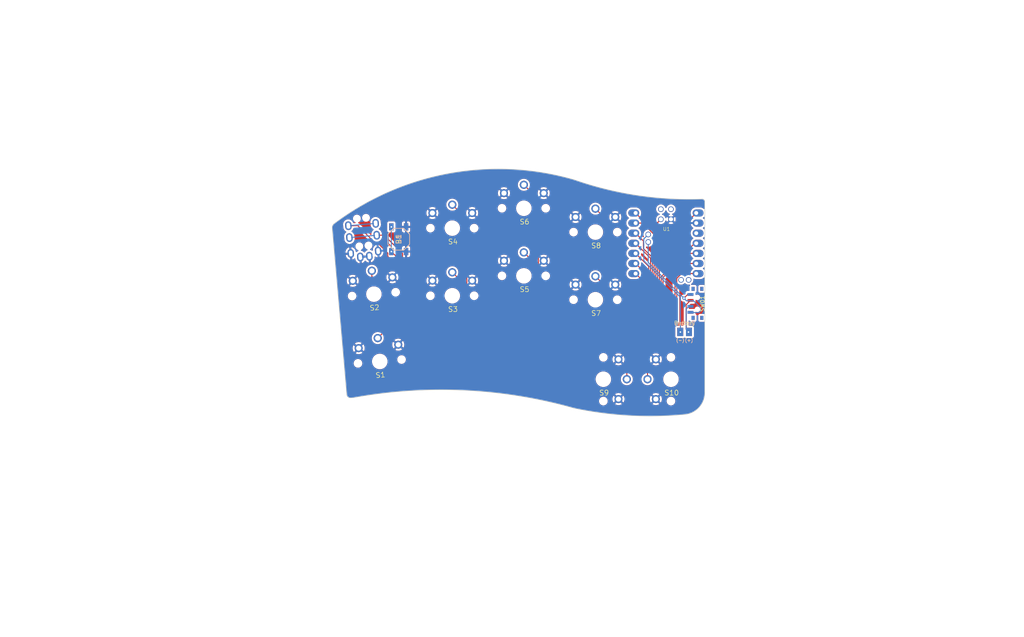
<source format=kicad_pcb>
(kicad_pcb (version 20220417) (generator pcbnew)
  (title_block (title "tiny20") (rev "v1.0.0") (company "Unknown"))
  (layers (0 "F.Cu" signal) (31 "B.Cu" signal) (34 "B.Paste" user) (35 "F.Paste" user) (36 "B.SilkS" user "B.Silkscreen") (37 "F.SilkS" user "F.Silkscreen") (38 "B.Mask" user) (39 "F.Mask" user) (44 "Edge.Cuts" user))
  (net 0 "")
  (net 1 "GND")
  (net 2 "P20")
  (net 3 "P19")
  (net 4 "P10")
  (net 5 "P8")
  (net 6 "P9")
  (net 7 "RST")
  (net 8 "P1")
  (net 9 "P2")
  (net 10 "P3")
  (net 11 "P4")
  (net 12 "P5")
  (net 13 "P6")
  (net 14 "P7")
  (net 15 "pm")
  (net 16 "P11")
  (net 17 "3V3")
  (net 18 "CLCK")
  (net 19 "DIO")
  (net 20 "5V")
  (footprint "keyboard-footprints:SW_TACT_ALPS_SKQGABE010" (layer "F.Cu") (at 208.553309 111.782746 90)
    (fp_text reference "B1" (at 0 0 90) (layer "F.SilkS") (effects (font (size 1.27 1.27))))
    (fp_text value "" hide)
    (fp_line (start -2.75 -1.25) (end -2.75 1.25) (stroke (width 0.15)) (layer "F.SilkS"))
    (fp_line (start -2.75 -1.25) (end -1.25 -2.75) (stroke (width 0.15)) (layer "F.SilkS"))
    (fp_line (start -2.75 1.25) (end -1.25 2.75) (stroke (width 0.15)) (layer "F.SilkS"))
    (fp_line (start -1.25 -2.75) (end 1.25 -2.75) (stroke (width 0.15)) (layer "F.SilkS"))
    (fp_line (start -1.25 2.75) (end 1.25 2.75) (stroke (width 0.15)) (layer "F.SilkS"))
    (fp_line (start 2.75 -1.25) (end 1.25 -2.75) (stroke (width 0.15)) (layer "F.SilkS"))
    (fp_line (start 2.75 -1.25) (end 2.75 1.25) (stroke (width 0.15)) (layer "F.SilkS"))
    (fp_line (start 2.75 1.25) (end 1.25 2.75) (stroke (width 0.15)) (layer "F.SilkS"))
    (pad "1" smd rect (at -3.1 -1.85 90) (size 1.8 1.1) (layers "F.Cu" "F.Paste" "F.Mask") (net 7 "RST"))
    (pad "1" smd rect (at 3.1 -1.85 90) (size 1.8 1.1) (layers "F.Cu" "F.Paste" "F.Mask") (net 7 "RST"))
    (pad "2" smd rect (at -3.1 1.85 90) (size 1.8 1.1) (layers "F.Cu" "F.Paste" "F.Mask") (net 1 "GND"))
    (pad "2" smd rect (at 3.1 1.85 90) (size 1.8 1.1) (layers "F.Cu" "F.Paste" "F.Mask") (net 1 "GND"))
  )
  (footprint "keyboard-footprints:chocV1_reversible" (layer "F.Cu") (at 222.030147 125.990773)
    (fp_text reference "S3" (at 0.168488 3.414874) (layer "F.SilkS") (effects (font (size 1.27 1.27))))
    (fp_text value "" hide)
    (pad "" np_thru_hole circle (at -5.5 0 180) (size 1.7018 1.7018) (drill 1.7018) (layers *.Cu *.Mask))
    (pad "" np_thru_hole circle (at 0 0 180) (size 3.429 3.429) (drill 3.429) (layers *.Cu *.Mask))
    (pad "" np_thru_hole circle (at 5.5 0 180) (size 1.7018 1.7018) (drill 1.7018) (layers *.Cu *.Mask))
    (pad "1" thru_hole circle (at -5 -3.8 180) (size 2.032 2.032) (drill 1.27) (layers *.Cu *.Mask) (net 1 "GND"))
    (pad "1" thru_hole circle (at 5 -3.8 180) (size 2.032 2.032) (drill 1.27) (layers *.Cu *.Mask) (net 1 "GND"))
    (pad "2" thru_hole circle (at 0 -5.9 180) (size 2.032 2.032) (drill 1.27) (layers *.Cu *.Mask) (net 9 "P2"))
    (pad "2" thru_hole circle (at 0 -5.9 180) (size 2.032 2.032) (drill 1.27) (layers *.Cu *.Mask) (net 9 "P2"))
  )
  (footprint "keyboard-footprints:chocV1_reversible" (layer "F.Cu") (at 260.030146 146.990776 -90)
    (fp_text reference "S9" (at 3.414874 -0.168488) (layer "F.SilkS") (effects (font (size 1.27 1.27))))
    (fp_text value "" hide)
    (pad "" np_thru_hole circle (at -5.5 0 90) (size 1.7018 1.7018) (drill 1.7018) (layers *.Cu *.Mask))
    (pad "" np_thru_hole circle (at 0 0 90) (size 3.429 3.429) (drill 3.429) (layers *.Cu *.Mask))
    (pad "" np_thru_hole circle (at 5.5 0 90) (size 1.7018 1.7018) (drill 1.7018) (layers *.Cu *.Mask))
    (pad "1" thru_hole circle (at -5 -3.8 90) (size 2.032 2.032) (drill 1.27) (layers *.Cu *.Mask) (net 1 "GND"))
    (pad "1" thru_hole circle (at 5 -3.8 90) (size 2.032 2.032) (drill 1.27) (layers *.Cu *.Mask) (net 1 "GND"))
    (pad "2" thru_hole circle (at 0 -5.9 90) (size 2.032 2.032) (drill 1.27) (layers *.Cu *.Mask) (net 6 "P9"))
    (pad "2" thru_hole circle (at 0 -5.9 90) (size 2.032 2.032) (drill 1.27) (layers *.Cu *.Mask) (net 6 "P9"))
  )
  (footprint "keyboard-footprints:chocV1_reversible" (layer "F.Cu") (at 258.030146 126.990772)
    (fp_text reference "S7" (at 0.168488 3.414874) (layer "F.SilkS") (effects (font (size 1.27 1.27))))
    (fp_text value "" hide)
    (pad "" np_thru_hole circle (at -5.5 0 180) (size 1.7018 1.7018) (drill 1.7018) (layers *.Cu *.Mask))
    (pad "" np_thru_hole circle (at 0 0 180) (size 3.429 3.429) (drill 3.429) (layers *.Cu *.Mask))
    (pad "" np_thru_hole circle (at 5.5 0 180) (size 1.7018 1.7018) (drill 1.7018) (layers *.Cu *.Mask))
    (pad "1" thru_hole circle (at -5 -3.8 180) (size 2.032 2.032) (drill 1.27) (layers *.Cu *.Mask) (net 1 "GND"))
    (pad "1" thru_hole circle (at 5 -3.8 180) (size 2.032 2.032) (drill 1.27) (layers *.Cu *.Mask) (net 1 "GND"))
    (pad "2" thru_hole circle (at 0 -5.9 180) (size 2.032 2.032) (drill 1.27) (layers *.Cu *.Mask) (net 13 "P6"))
    (pad "2" thru_hole circle (at 0 -5.9 180) (size 2.032 2.032) (drill 1.27) (layers *.Cu *.Mask) (net 13 "P6"))
  )
  (footprint "keyboard-footprints:chocV1_reversible" (layer "F.Cu") (at 222.030147 108.990773)
    (fp_text reference "S4" (at 0.168488 3.414874) (layer "F.SilkS") (effects (font (size 1.27 1.27))))
    (fp_text value "" hide)
    (pad "" np_thru_hole circle (at -5.5 0 180) (size 1.7018 1.7018) (drill 1.7018) (layers *.Cu *.Mask))
    (pad "" np_thru_hole circle (at 0 0 180) (size 3.429 3.429) (drill 3.429) (layers *.Cu *.Mask))
    (pad "" np_thru_hole circle (at 5.5 0 180) (size 1.7018 1.7018) (drill 1.7018) (layers *.Cu *.Mask))
    (pad "1" thru_hole circle (at -5 -3.8 180) (size 2.032 2.032) (drill 1.27) (layers *.Cu *.Mask) (net 1 "GND"))
    (pad "1" thru_hole circle (at 5 -3.8 180) (size 2.032 2.032) (drill 1.27) (layers *.Cu *.Mask) (net 1 "GND"))
    (pad "2" thru_hole circle (at 0 -5.9 180) (size 2.032 2.032) (drill 1.27) (layers *.Cu *.Mask) (net 10 "P3"))
    (pad "2" thru_hole circle (at 0 -5.9 180) (size 2.032 2.032) (drill 1.27) (layers *.Cu *.Mask) (net 10 "P3"))
  )
  (footprint "keyboard-footprints:chocV1_reversible" (layer "F.Cu") (at 240.030147 103.990775)
    (fp_text reference "S6" (at 0.168488 3.414874) (layer "F.SilkS") (effects (font (size 1.27 1.27))))
    (fp_text value "" hide)
    (pad "" np_thru_hole circle (at -5.5 0 180) (size 1.7018 1.7018) (drill 1.7018) (layers *.Cu *.Mask))
    (pad "" np_thru_hole circle (at 0 0 180) (size 3.429 3.429) (drill 3.429) (layers *.Cu *.Mask))
    (pad "" np_thru_hole circle (at 5.5 0 180) (size 1.7018 1.7018) (drill 1.7018) (layers *.Cu *.Mask))
    (pad "1" thru_hole circle (at -5 -3.8 180) (size 2.032 2.032) (drill 1.27) (layers *.Cu *.Mask) (net 1 "GND"))
    (pad "1" thru_hole circle (at 5 -3.8 180) (size 2.032 2.032) (drill 1.27) (layers *.Cu *.Mask) (net 1 "GND"))
    (pad "2" thru_hole circle (at 0 -5.9 180) (size 2.032 2.032) (drill 1.27) (layers *.Cu *.Mask) (net 12 "P5"))
    (pad "2" thru_hole circle (at 0 -5.9 180) (size 2.032 2.032) (drill 1.27) (layers *.Cu *.Mask) (net 12 "P5"))
  )
  (footprint "mcu:xiao-ble-tht" (layer "F.Cu") (at 275.76 112.8)
    (fp_text reference "U1" (at 0.146 -3.592) (layer "F.SilkS") (effects (font (size 0.889 0.889) (thickness 0.1016))))
    (fp_text value "xiao-ble-thruhole" hide)
    (pad "1" thru_hole oval (at -7.62 -7.62) (size 2.75 1.8) (drill 1 (offset -0.475 0)) (layers *.Cu *.Mask) (net 8 "P1"))
    (pad "2" thru_hole oval (at -7.62 -5.08) (size 2.75 1.8) (drill 1 (offset -0.475 0)) (layers *.Cu *.Mask) (net 9 "P2"))
    (pad "3" thru_hole oval (at -7.62 -2.54) (size 2.75 1.8) (drill 1 (offset -0.475 0)) (layers *.Cu *.Mask) (net 10 "P3"))
    (pad "4" thru_hole oval (at -7.62 0) (size 2.75 1.8) (drill 1 (offset -0.475 0)) (layers *.Cu *.Mask) (net 11 "P4"))
    (pad "5" thru_hole oval (at -7.62 2.54) (size 2.75 1.8) (drill 1 (offset -0.475 0)) (layers *.Cu *.Mask) (net 12 "P5"))
    (pad "6" thru_hole oval (at -7.62 5.08) (size 2.75 1.8) (drill 1 (offset -0.475 0)) (layers *.Cu *.Mask) (net 13 "P6"))
    (pad "7" thru_hole oval (at -7.62 7.62) (size 2.75 1.8) (drill 1 (offset -0.475 0)) (layers *.Cu *.Mask) (net 14 "P7"))
    (pad "8" thru_hole oval (at 7.62 7.62 180) (size 2.75 1.8) (drill 1 (offset -0.475 0)) (layers *.Cu *.Mask) (net 5 "P8"))
    (pad "9" thru_hole oval (at 7.62 5.08 180) (size 2.75 1.8) (drill 1 (offset -0.475 0)) (layers *.Cu *.Mask) (net 6 "P9"))
    (pad "10" thru_hole oval (at 7.62 2.54 180) (size 2.75 1.8) (drill 1 (offset -0.475 0)) (layers *.Cu *.Mask) (net 4 "P10"))
    (pad "11" thru_hole oval (at 7.62 0 180) (size 2.75 1.8) (drill 1 (offset -0.475 0)) (layers *.Cu *.Mask) (net 16 "P11"))
    (pad "12" thru_hole oval (at 7.62 -2.54 180) (size 2.75 1.8) (drill 1 (offset -0.475 0)) (layers *.Cu *.Mask) (net 17 "3V3"))
    (pad "13" thru_hole oval (at 7.62 -5.08 180) (size 2.75 1.8) (drill 1 (offset -0.475 0)) (layers *.Cu *.Mask) (net 1 "GND"))
    (pad "14" thru_hole oval (at 7.62 -7.62 180) (size 2.75 1.8) (drill 1 (offset -0.475 0)) (layers *.Cu *.Mask) (net 20 "5V"))
    (pad "15" thru_hole circle (at -1.27 -8.572 90) (size 1.397 1.397) (drill 1.016) (layers *.Cu *.Mask) (net 19 "DIO"))
    (pad "16" thru_hole circle (at 1.27 -8.572 90) (size 1.397 1.397) (drill 1.016) (layers *.Cu *.Mask) (net 18 "CLCK"))
    (pad "17" thru_hole circle (at -1.27 -6.032 90) (size 1.397 1.397) (drill 1.016) (layers *.Cu *.Mask) (net 7 "RST"))
    (pad "18" thru_hole circle (at 1.27 -6.032 90) (size 1.397 1.397) (drill 1.016) (layers *.Cu *.Mask) (net 1 "GND"))
    (pad "19" thru_hole circle (at -4.445 -0.317 180) (size 1.397 1.397) (drill 1.016) (layers *.Cu *.Mask) (net 3 "P19"))
    (pad "20" thru_hole circle (at -4.445 -2.222 180) (size 1.397 1.397) (drill 1.016) (layers *.Cu *.Mask) (net 2 "P20"))
    (pad "21" thru_hole circle (at 3.81 9.208 180) (size 1.397 1.397) (drill 1.016) (layers *.Cu *.Mask))
    (pad "22" thru_hole circle (at 5.715 9.208 180) (size 1.397 1.397) (drill 1.016) (layers *.Cu *.Mask))
  )
  (footprint "keyboard-footprints:chocV1_reversible" (layer "F.Cu") (at 203.791512 142.525126 5)
    (fp_text reference "S1" (at -0.129779 3.416564 5) (layer "F.SilkS") (effects (font (size 1.27 1.27))))
    (fp_text value "" hide)
    (pad "" np_thru_hole circle (at -5.5 0 185) (size 1.7018 1.7018) (drill 1.7018) (layers *.Cu *.Mask))
    (pad "" np_thru_hole circle (at 0 0 185) (size 3.429 3.429) (drill 3.429) (layers *.Cu *.Mask))
    (pad "" np_thru_hole circle (at 5.5 0 185) (size 1.7018 1.7018) (drill 1.7018) (layers *.Cu *.Mask))
    (pad "1" thru_hole circle (at -5 -3.8 185) (size 2.032 2.032) (drill 1.27) (layers *.Cu *.Mask) (net 1 "GND"))
    (pad "1" thru_hole circle (at 5 -3.8 185) (size 2.032 2.032) (drill 1.27) (layers *.Cu *.Mask) (net 1 "GND"))
    (pad "2" thru_hole circle (at 0 -5.9 185) (size 2.032 2.032) (drill 1.27) (layers *.Cu *.Mask) (net 4 "P10"))
    (pad "2" thru_hole circle (at 0 -5.9 185) (size 2.032 2.032) (drill 1.27) (layers *.Cu *.Mask) (net 4 "P10"))
  )
  (footprint "keyboard-footprints:chocV1_reversible" (layer "F.Cu") (at 258.030147 109.990774)
    (fp_text reference "S8" (at 0.168488 3.414874) (layer "F.SilkS") (effects (font (size 1.27 1.27))))
    (fp_text value "" hide)
    (pad "" np_thru_hole circle (at -5.5 0 180) (size 1.7018 1.7018) (drill 1.7018) (layers *.Cu *.Mask))
    (pad "" np_thru_hole circle (at 0 0 180) (size 3.429 3.429) (drill 3.429) (layers *.Cu *.Mask))
    (pad "" np_thru_hole circle (at 5.5 0 180) (size 1.7018 1.7018) (drill 1.7018) (layers *.Cu *.Mask))
    (pad "1" thru_hole circle (at -5 -3.8 180) (size 2.032 2.032) (drill 1.27) (layers *.Cu *.Mask) (net 1 "GND"))
    (pad "1" thru_hole circle (at 5 -3.8 180) (size 2.032 2.032) (drill 1.27) (layers *.Cu *.Mask) (net 1 "GND"))
    (pad "2" thru_hole circle (at 0 -5.9 180) (size 2.032 2.032) (drill 1.27) (layers *.Cu *.Mask) (net 14 "P7"))
    (pad "2" thru_hole circle (at 0 -5.9 180) (size 2.032 2.032) (drill 1.27) (layers *.Cu *.Mask) (net 14 "P7"))
  )
  (footprint "keyboard-footprints:TRS" (layer "F.Cu") (at 202.480697 104.595033 5)
    (fp_text reference "TRRS")
    (fp_text value "TRRS-PJ-320A-dual")
    (pad "" np_thru_hole circle (at -4.6 1.6 275) (size 1.5 1.5) (drill 1.5) (layers *.Cu *.Mask))
    (pad "" np_thru_hole circle (at -4.6 8.6 275) (size 1.5 1.5) (drill 1.5) (layers *.Cu *.Mask))
    (pad "" np_thru_hole circle (at -2.3 1.6 275) (size 1.5 1.5) (drill 1.5) (layers *.Cu *.Mask))
    (pad "" np_thru_hole circle (at -2.3 8.6 275) (size 1.5 1.5) (drill 1.5) (layers *.Cu *.Mask))
    (pad "1" thru_hole oval (at -4.6 11.3 5) (size 1.6 2.2) (drill oval 0.9 1.5) (layers *.Cu *.Mask) (net 1 "GND"))
    (pad "1" thru_hole oval (at -2.3 11.3 5) (size 1.6 2.2) (drill oval 0.9 1.5) (layers *.Cu *.Mask) (net 1 "GND"))
    (pad "2" thru_hole oval (at -6.9 10.2 5) (size 1.6 2.2) (drill oval 0.9 1.5) (layers *.Cu *.Mask) (net 1 "GND"))
    (pad "2" thru_hole oval (at 0 10.2 5) (size 1.6 2.2) (drill oval 0.9 1.5) (layers *.Cu *.Mask) (net 1 "GND"))
    (pad "3" thru_hole oval (at -6.9 6.2 5) (size 1.6 2.2) (drill oval 0.9 1.5) (layers *.Cu *.Mask) (net 8 "P1"))
    (pad "3" thru_hole oval (at 0 6.2 5) (size 1.6 2.2) (drill oval 0.9 1.5) (layers *.Cu *.Mask) (net 8 "P1"))
    (pad "4" thru_hole oval (at -6.9 3.2 5) (size 1.6 2.2) (drill oval 0.9 1.5) (layers *.Cu *.Mask) (net 20 "5V"))
    (pad "4" thru_hole oval (at 0 3.2 5) (size 1.6 2.2) (drill oval 0.9 1.5) (layers *.Cu *.Mask) (net 20 "5V"))
  )
  (footprint "keyboard-footprints:chocV1_reversible" (layer "F.Cu") (at 202.309863 125.589814 5)
    (fp_text reference "S2" (at -0.129779 3.416564 5) (layer "F.SilkS") (effects (font (size 1.27 1.27))))
    (fp_text value "" hide)
    (pad "" np_thru_hole circle (at -5.5 0 185) (size 1.7018 1.7018) (drill 1.7018) (layers *.Cu *.Mask))
    (pad "" np_thru_hole circle (at 0 0 185) (size 3.429 3.429) (drill 3.429) (layers *.Cu *.Mask))
    (pad "" np_thru_hole circle (at 5.5 0 185) (size 1.7018 1.7018) (drill 1.7018) (layers *.Cu *.Mask))
    (pad "1" thru_hole circle (at -5 -3.8 185) (size 2.032 2.032) (drill 1.27) (layers *.Cu *.Mask) (net 1 "GND"))
    (pad "1" thru_hole circle (at 5 -3.8 185) (size 2.032 2.032) (drill 1.27) (layers *.Cu *.Mask) (net 1 "GND"))
    (pad "2" thru_hole circle (at 0 -5.9 185) (size 2.032 2.032) (drill 1.27) (layers *.Cu *.Mask) (net 16 "P11"))
    (pad "2" thru_hole circle (at 0 -5.9 185) (size 2.032 2.032) (drill 1.27) (layers *.Cu *.Mask) (net 16 "P11"))
  )
  (footprint "keyboard-footprints:Power_reversible" (layer "F.Cu") (at 283.69 127.91 90)
    (fp_text reference "SW01" (at -0.08 1.27 90) (layer "F.SilkS"))
    (fp_text value "SW_SPDT")
    (pad "" smd rect (at -3.65 -1.1 270) (size 1 0.8) (layers "B.Cu"))
    (pad "" smd rect (at -3.65 -1.1 90) (size 1 0.8) (layers "F.Cu"))
    (pad "" smd rect (at -3.65 1.1 270) (size 1 0.8) (layers "B.Cu"))
    (pad "" smd rect (at -3.65 1.1 90) (size 1 0.8) (layers "F.Cu"))
    (pad "" np_thru_hole circle (at -1.5 0 90) (size 0.9 0.9) (drill 0.9) (layers *.Cu *.Mask))
    (pad "" np_thru_hole circle (at -1.5 0 270) (size 0.9 0.9) (drill 0.9) (layers *.Cu *.Mask))
    (pad "" np_thru_hole circle (at 1.5 0 270) (size 0.9 0.9) (drill 0.9) (layers *.Cu *.Mask))
    (pad "" np_thru_hole circle (at 1.5 0 90) (size 0.9 0.9) (drill 0.9) (layers *.Cu *.Mask))
    (pad "" smd rect (at 3.65 -1.1 270) (size 1 0.8) (layers "B.Cu"))
    (pad "" smd rect (at 3.65 -1.1 90) (size 1 0.8) (layers "F.Cu"))
    (pad "" smd rect (at 3.65 1.1 270) (size 1 0.8) (layers "B.Cu"))
    (pad "" smd rect (at 3.65 1.1 90) (size 1 0.8) (layers "F.Cu"))
    (pad "1" smd rect (at -2.25 -1.75 90) (size 0.7 1.5) (layers "F.Cu"))
    (pad "1" smd rect (at 2.25 -1.75 270) (size 0.7 1.5) (layers "B.Cu"))
    (pad "2" smd rect (at -0.75 -1.75 270) (size 0.7 1.5) (layers "B.Cu") (net 15 "pm"))
    (pad "2" smd rect (at 0.75 -1.75 90) (size 0.7 1.5) (layers "F.Cu") (net 15 "pm"))
    (pad "3" smd rect (at -2.25 -1.75 270) (size 0.7 1.5) (layers "B.Cu") (net 3 "P19"))
    (pad "3" smd rect (at 2.25 -1.75 90) (size 0.7 1.5) (layers "F.Cu") (net 3 "P19"))
  )
  (footprint "keyboard-footprints:chocV1_reversible" (layer "F.Cu") (at 277.030146 146.990773 90)
    (fp_text reference "S10" (at -3.414874 0.168488 180) (layer "F.SilkS") (effects (font (size 1.27 1.27))))
    (fp_text value "" hide)
    (pad "" np_thru_hole circle (at -5.5 0 270) (size 1.7018 1.7018) (drill 1.7018) (layers *.Cu *.Mask))
    (pad "" np_thru_hole circle (at 0 0 270) (size 3.429 3.429) (drill 3.429) (layers *.Cu *.Mask))
    (pad "" np_thru_hole circle (at 5.5 0 270) (size 1.7018 1.7018) (drill 1.7018) (layers *.Cu *.Mask))
    (pad "1" thru_hole circle (at -5 -3.8 270) (size 2.032 2.032) (drill 1.27) (layers *.Cu *.Mask) (net 1 "GND"))
    (pad "1" thru_hole circle (at 5 -3.8 270) (size 2.032 2.032) (drill 1.27) (layers *.Cu *.Mask) (net 1 "GND"))
    (pad "2" thru_hole circle (at 0 -5.9 270) (size 2.032 2.032) (drill 1.27) (layers *.Cu *.Mask) (net 5 "P8"))
    (pad "2" thru_hole circle (at 0 -5.9 270) (size 2.032 2.032) (drill 1.27) (layers *.Cu *.Mask) (net 5 "P8"))
  )
  (footprint "keyboard-footprints:chocV1_reversible" (layer "F.Cu") (at 240.030145 120.990774)
    (fp_text reference "S5" (at 0.168488 3.414874) (layer "F.SilkS") (effects (font (size 1.27 1.27))))
    (fp_text value "" hide)
    (pad "" np_thru_hole circle (at -5.5 0 180) (size 1.7018 1.7018) (drill 1.7018) (layers *.Cu *.Mask))
    (pad "" np_thru_hole circle (at 0 0 180) (size 3.429 3.429) (drill 3.429) (layers *.Cu *.Mask))
    (pad "" np_thru_hole circle (at 5.5 0 180) (size 1.7018 1.7018) (drill 1.7018) (layers *.Cu *.Mask))
    (pad "1" thru_hole circle (at -5 -3.8 180) (size 2.032 2.032) (drill 1.27) (layers *.Cu *.Mask) (net 1 "GND"))
    (pad "1" thru_hole circle (at 5 -3.8 180) (size 2.032 2.032) (drill 1.27) (layers *.Cu *.Mask) (net 1 "GND"))
    (pad "2" thru_hole circle (at 0 -5.9 180) (size 2.032 2.032) (drill 1.27) (layers *.Cu *.Mask) (net 11 "P4"))
    (pad "2" thru_hole circle (at 0 -5.9 180) (size 2.032 2.032) (drill 1.27) (layers *.Cu *.Mask) (net 11 "P4"))
  )
  (footprint "keyboard-footprints:SW_TACT_ALPS_SKQGABE010" (layer "B.Cu") (at 208.553309 111.782746 -90)
    (fp_text reference "B2" (at 0 0 90) (layer "B.SilkS") (effects (font (size 1.27 1.27)) (justify mirror)))
    (fp_text value "" hide)
    (fp_line (start -2.75 -1.25) (end -1.25 -2.75) (stroke (width 0.15)) (layer "B.SilkS"))
    (fp_line (start -2.75 1.25) (end -2.75 -1.25) (stroke (width 0.15)) (layer "B.SilkS"))
    (fp_line (start -2.75 1.25) (end -1.25 2.75) (stroke (width 0.15)) (layer "B.SilkS"))
    (fp_line (start -1.25 -2.75) (end 1.25 -2.75) (stroke (width 0.15)) (layer "B.SilkS"))
    (fp_line (start -1.25 2.75) (end 1.25 2.75) (stroke (width 0.15)) (layer "B.SilkS"))
    (fp_line (start 2.75 -1.25) (end 1.25 -2.75) (stroke (width 0.15)) (layer "B.SilkS"))
    (fp_line (start 2.75 1.25) (end 1.25 2.75) (stroke (width 0.15)) (layer "B.SilkS"))
    (fp_line (start 2.75 1.25) (end 2.75 -1.25) (stroke (width 0.15)) (layer "B.SilkS"))
    (pad "1" smd rect (at -3.1 1.85 270) (size 1.8 1.1) (layers "B.Cu" "B.Paste" "B.Mask") (net 7 "RST"))
    (pad "1" smd rect (at 3.1 1.85 270) (size 1.8 1.1) (layers "B.Cu" "B.Paste" "B.Mask") (net 7 "RST"))
    (pad "2" smd rect (at -3.1 -1.85 270) (size 1.8 1.1) (layers "B.Cu" "B.Paste" "B.Mask") (net 1 "GND"))
    (pad "2" smd rect (at 3.1 -1.85 270) (size 1.8 1.1) (layers "B.Cu" "B.Paste" "B.Mask") (net 1 "GND"))
  )
  (footprint "keyboard-footprints:battery_pads_reversible" (layer "B.Cu") (at 280.46 135.09 180)
    (fp_text reference "BT01" hide)
    (fp_text value "Battery_Cell")
    (fp_text user "Battery" (at 0 2.2) (layer "B.SilkS") (effects (font (thickness 0.12)) (justify mirror)))
    (fp_text user "(+)" (at -1.1 -2.1) (layer "B.SilkS") (effects (font (size 0.8 0.8) (thickness 0.12)) (justify mirror)))
    (fp_text user "(-)" (at 1.1 -2.1) (layer "B.SilkS") (effects (font (size 0.8 0.8) (thickness 0.12)) (justify mirror)))
    (fp_text user "Battery" (at 0 2.2) (layer "F.SilkS") (effects (font (thickness 0.12))))
    (fp_text user "(-)" (at 1.1 -2.1) (layer "F.SilkS") (effects (font (size 0.8 0.8) (thickness 0.12))))
    (fp_text user "(+)" (at -1.1 -2.1) (layer "F.SilkS") (effects (font (size 0.8 0.8) (thickness 0.12))))
    (pad "1" smd rect (at -1.1 0) (size 1.5 2.1) (layers "F.Cu") (net 15 "pm"))
    (pad "1" smd rect (at -1.1 0 180) (size 1.5 2.1) (layers "B.Cu") (net 15 "pm"))
    (pad "2" smd rect (at 1.1 0) (size 1.5 2.1) (layers "F.Cu") (net 2 "P20"))
    (pad "2" smd rect (at 1.1 0 180) (size 1.5 2.1) (layers "B.Cu") (net 2 "P20"))
  )
  (gr_arc (start 197.587253 151.55788) (mid 197.000153 151.646397) (end 196.407253 151.67788) (stroke (width 0.15)) (layer "Edge.Cuts"))
  (gr_arc (start 284.947251 101.66788) (mid 285.360698 101.876008) (end 285.527254 102.307882) (stroke (width 0.15)) (layer "Edge.Cuts"))
  (gr_arc (start 280.457254 155.847881) (mid 266.487395 156.11184) (end 252.637253 154.267882) (stroke (width 0.15)) (layer "Edge.Cuts"))
  (gr_arc (start 196.407253 151.67788) (mid 195.763602 151.426683) (end 195.477254 150.797881) (stroke (width 0.15)) (layer "Edge.Cuts"))
  (gr_arc (start 284.947251 101.66788) (mid 268.625741 100.762492) (end 252.757256 96.83788) (stroke (width 0.15)) (layer "Edge.Cuts"))
  (gr_arc (start 192.257254 107.907882) (mid 221.199806 95.227386) (end 252.757256 96.83788) (stroke (width 0.15)) (layer "Edge.Cuts"))
  (gr_arc (start 197.587253 151.55788) (mid 225.266107 149.78754) (end 252.637253 154.267882) (stroke (width 0.15)) (layer "Edge.Cuts"))
  (gr_line (start 195.477254 150.797881) (end 191.827252 109.01788) (stroke (width 0.15)) (layer "Edge.Cuts"))
  (gr_arc (start 285.527254 150.206766) (mid 284.120382 154.041238) (end 280.457254 155.847881) (stroke (width 0.15)) (layer "Edge.Cuts"))
  (gr_arc (start 191.827252 109.01788) (mid 191.904798 108.409632) (end 192.257254 107.907882) (stroke (width 0.15)) (layer "Edge.Cuts"))
  (gr_line (start 285.527254 102.307882) (end 285.527254 150.206766) (stroke (width 0.15)) (layer "Edge.Cuts"))
  (via (at 279.4 135.128) (size 0.8) (drill 0.4) (layers "F.Cu" "B.Cu") (net 2))
  (segment (start 279.4 135.128) (end 279.4 126.365718) (width 0.25) (layer "B.Cu") (net 2))
  (segment (start 279.4 126.365718) (end 270.2 117.165718) (width 0.25) (layer "B.Cu") (net 2))
  (segment (start 270.2 111.693) (end 271.315 110.578) (width 0.25) (layer "B.Cu") (net 2))
  (segment (start 270.2 117.165718) (end 270.2 111.693) (width 0.25) (layer "B.Cu") (net 2))
  (segment (start 281.94 125.66) (end 281.24 125.66) (width 0.25) (layer "F.Cu") (net 3))
  (segment (start 281.24 125.66) (end 280.3 126.6) (width 0.25) (layer "F.Cu") (net 3))
  (via (at 280.3 126.6) (size 0.8) (drill 0.4) (layers "F.Cu" "B.Cu") (net 3))
  (segment (start 280.27 126.6) (end 271.315 117.645) (width 0.25) (layer "B.Cu") (net 3))
  (segment (start 284.039479 130.234521) (end 284.514521 129.759479) (width 0.25) (layer "B.Cu") (net 3))
  (segment (start 271.315 117.645) (end 271.315 112.483) (width 0.25) (layer "B.Cu") (net 3))
  (segment (start 282.702 127.254) (end 280.924 127.254) (width 0.25) (layer "B.Cu") (net 3))
  (segment (start 280.3 126.63) (end 280.3 126.6) (width 0.25) (layer "B.Cu") (net 3))
  (segment (start 284.514521 129.066521) (end 282.702 127.254) (width 0.25) (layer "B.Cu") (net 3))
  (segment (start 280.924 127.254) (end 280.3 126.63) (width 0.25) (layer "B.Cu") (net 3))
  (segment (start 284.514521 129.759479) (end 284.514521 129.066521) (width 0.25) (layer "B.Cu") (net 3))
  (segment (start 280.3 126.6) (end 280.27 126.6) (width 0.25) (layer "B.Cu") (net 3))
  (segment (start 282.014521 130.234521) (end 284.039479 130.234521) (width 0.25) (layer "B.Cu") (net 3))
  (segment (start 281.94 130.16) (end 282.014521 130.234521) (width 0.25) (layer "B.Cu") (net 3))
  (segment (start 275.035131 127.522042) (end 275.035131 121.386198) (width 0.25) (layer "F.Cu") (net 4))
  (segment (start 269.361973 133.1952) (end 270.178586 132.378586) (width 0.25) (layer "F.Cu") (net 4))
  (segment (start 203.277293 136.647577) (end 206.72967 133.1952) (width 0.25) (layer "F.Cu") (net 4))
  (segment (start 270.178586 132.378586) (end 275.035131 127.522042) (width 0.25) (layer "F.Cu") (net 4))
  (segment (start 281.081329 115.34) (end 283.38 115.34) (width 0.25) (layer "F.Cu") (net 4))
  (segment (start 275.035131 121.386198) (end 281.081329 115.34) (width 0.25) (layer "F.Cu") (net 4))
  (segment (start 206.72967 133.1952) (end 269.361973 133.1952) (width 0.25) (layer "F.Cu") (net 4))
  (segment (start 283.38 120.42) (end 279.711243 120.42) (width 0.25) (layer "F.Cu") (net 5))
  (segment (start 271.130147 139.769853) (end 271.130147 146.990773) (width 0.25) (layer "F.Cu") (net 5))
  (segment (start 278.5 121.631243) (end 278.5 132.4) (width 0.25) (layer "F.Cu") (net 5))
  (segment (start 279.711243 120.42) (end 278.5 121.631243) (width 0.25) (layer "F.Cu") (net 5))
  (segment (start 278.5 132.4) (end 271.130147 139.769853) (width 0.25) (layer "F.Cu") (net 5))
  (segment (start 265.930146 144.334136) (end 265.930146 146.990776) (width 0.25) (layer "F.Cu") (net 6))
  (segment (start 281.615526 117.88) (end 278.05048 121.445046) (width 0.25) (layer "F.Cu") (net 6))
  (segment (start 283.38 117.88) (end 281.615526 117.88) (width 0.25) (layer "F.Cu") (net 6))
  (segment (start 278.05048 132.213802) (end 265.930146 144.334136) (width 0.25) (layer "F.Cu") (net 6))
  (segment (start 278.05048 121.445046) (end 278.05048 132.213802) (width 0.25) (layer "F.Cu") (net 6))
  (segment (start 220.017288 131.84664) (end 209.079278 120.908629) (width 0.25) (layer "F.Cu") (net 7))
  (segment (start 274.49 106.768) (end 273.686571 107.571429) (width 0.25) (layer "F.Cu") (net 7))
  (segment (start 273.686571 126.96345) (end 268.803381 131.84664) (width 0.25) (layer "F.Cu") (net 7))
  (segment (start 209.079278 120.908629) (end 209.079278 117.258714) (width 0.25) (layer "F.Cu") (net 7))
  (segment (start 273.686571 107.571429) (end 273.686571 126.96345) (width 0.25) (layer "F.Cu") (net 7))
  (segment (start 268.803381 131.84664) (end 220.017288 131.84664) (width 0.25) (layer "F.Cu") (net 7))
  (segment (start 209.079278 117.258714) (end 206.70331 114.882746) (width 0.25) (layer "F.Cu") (net 7))
  (via (at 206.703309 108.682747) (size 0.8) (drill 0.4) (layers "F.Cu" "B.Cu") (net 7))
  (via (at 206.70331 114.882746) (size 0.8) (drill 0.4) (layers "F.Cu" "B.Cu") (net 7))
  (segment (start 206.70331 114.882746) (end 206.703309 108.682747) (width 0.25) (layer "B.Cu") (net 7))
  (segment (start 268.14 105.18) (end 273.237051 110.277051) (width 0.25) (layer "F.Cu") (net 8))
  (segment (start 220.203486 131.39712) (end 209.528798 120.722432) (width 0.25) (layer "F.Cu") (net 8))
  (segment (start 273.237051 126.777252) (end 268.617183 131.39712) (width 0.25) (layer "F.Cu") (net 8))
  (segment (start 204.900238 110.77144) (end 203.021063 110.77144) (width 0.25) (layer "F.Cu") (net 8))
  (segment (start 196.147321 111.372815) (end 196.14732 111.407814) (width 0.25) (layer "F.Cu") (net 8))
  (segment (start 273.237051 110.277051) (end 273.237051 126.777252) (width 0.25) (layer "F.Cu") (net 8))
  (segment (start 268.511765 105.572393) (end 268.460146 105.520773) (width 0.25) (layer "F.Cu") (net 8))
  (segment (start 209.528798 115.4) (end 204.900238 110.77144) (width 0.25) (layer "F.Cu") (net 8))
  (segment (start 268.617183 131.39712) (end 220.203486 131.39712) (width 0.25) (layer "F.Cu") (net 8))
  (segment (start 209.528798 120.722432) (end 209.528798 115.4) (width 0.25) (layer "F.Cu") (net 8))
  (segment (start 203.021064 110.771441) (end 196.147321 111.372815) (width 0.25) (layer "B.Cu") (net 8))
  (segment (start 225.240116 126.069467) (end 226.785324 127.614676) (width 0.25) (layer "F.Cu") (net 9))
  (segment (start 225.240116 123.300742) (end 225.240116 126.069467) (width 0.25) (layer "F.Cu") (net 9))
  (segment (start 230.118249 130.9476) (end 268.430986 130.9476) (width 0.25) (layer "F.Cu") (net 9))
  (segment (start 268.430986 130.9476) (end 272.787531 126.591055) (width 0.25) (layer "F.Cu") (net 9))
  (segment (start 272.787531 126.591055) (end 272.787531 110.603774) (width 0.25) (layer "F.Cu") (net 9))
  (segment (start 272.787531 110.603774) (end 269.903757 107.72) (width 0.25) (layer "F.Cu") (net 9))
  (segment (start 269.903757 107.72) (end 268.14 107.72) (width 0.25) (layer "F.Cu") (net 9))
  (segment (start 226.785324 127.614676) (end 230.118249 130.9476) (width 0.25) (layer "F.Cu") (net 9))
  (segment (start 222.030147 120.090773) (end 225.240116 123.300742) (width 0.25) (layer "F.Cu") (net 9))
  (segment (start 225.689636 106.750262) (end 225.689636 123.289636) (width 0.25) (layer "F.Cu") (net 10))
  (segment (start 225.7 125.893634) (end 230.304446 130.49808) (width 0.25) (layer "F.Cu") (net 10))
  (segment (start 225.689636 123.289636) (end 225.7 123.3) (width 0.25) (layer "F.Cu") (net 10))
  (segment (start 230.304446 130.49808) (end 268.244789 130.49808) (width 0.25) (layer "F.Cu") (net 10))
  (segment (start 270.1 114.124282) (end 270.1 112.22) (width 0.25) (layer "F.Cu") (net 10))
  (segment (start 225.7 123.3) (end 225.7 125.893634) (width 0.25) (layer "F.Cu") (net 10))
  (segment (start 270.1 112.22) (end 268.14 110.26) (width 0.25) (layer "F.Cu") (net 10))
  (segment (start 272.338011 116.362294) (end 271.637859 115.662141) (width 0.25) (layer "F.Cu") (net 10))
  (segment (start 272.338011 126.404858) (end 272.338011 116.362294) (width 0.25) (layer "F.Cu") (net 10))
  (segment (start 222.030147 103.090773) (end 225.689636 106.750262) (width 0.25) (layer "F.Cu") (net 10))
  (segment (start 271.637859 115.662141) (end 270.1 114.124282) (width 0.25) (layer "F.Cu") (net 10))
  (segment (start 268.244789 130.49808) (end 272.338011 126.404858) (width 0.25) (layer "F.Cu") (net 10))
  (segment (start 243.240114 121.069468) (end 252.219206 130.04856) (width 0.25) (layer "F.Cu") (net 11))
  (segment (start 240.030145 115.090774) (end 243.240114 118.300743) (width 0.25) (layer "F.Cu") (net 11))
  (segment (start 271.888491 126.218661) (end 271.888491 116.548491) (width 0.25) (layer "F.Cu") (net 11))
  (segment (start 243.240114 118.300743) (end 243.240114 121.069468) (width 0.25) (layer "F.Cu") (net 11))
  (segment (start 268.058592 130.04856) (end 271.888491 126.218661) (width 0.25) (layer "F.Cu") (net 11))
  (segment (start 271.888491 116.548491) (end 268.14 112.8) (width 0.25) (layer "F.Cu") (net 11))
  (segment (start 252.219206 130.04856) (end 268.058592 130.04856) (width 0.25) (layer "F.Cu") (net 11))
  (segment (start 243.689634 101.750261) (end 243.689634 119.889634) (width 0.25) (layer "F.Cu") (net 12))
  (segment (start 243.7 120.893637) (end 252.405403 129.59904) (width 0.25) (layer "F.Cu") (net 12))
  (segment (start 252.405403 129.59904) (end 267.872395 129.59904) (width 0.25) (layer "F.Cu") (net 12))
  (segment (start 243.7 119.9) (end 243.7 120.893637) (width 0.25) (layer "F.Cu") (net 12))
  (segment (start 271.438971 126.032464) (end 271.438971 118.638971) (width 0.25) (layer "F.Cu") (net 12))
  (segment (start 267.872395 129.59904) (end 271.438971 126.032464) (width 0.25) (layer "F.Cu") (net 12))
  (segment (start 243.689634 119.889634) (end 243.7 119.9) (width 0.25) (layer "F.Cu") (net 12))
  (segment (start 240.030145 98.090774) (end 243.689634 101.750261) (width 0.25) (layer "F.Cu") (net 12))
  (segment (start 271.438971 118.638971) (end 268.14 115.34) (width 0.25) (layer "F.Cu") (net 12))
  (segment (start 260.95048 126.779831) (end 261.785324 127.614675) (width 0.25) (layer "F.Cu") (net 13))
  (segment (start 270.989451 120.729451) (end 268.14 117.88) (width 0.25) (layer "F.Cu") (net 13))
  (segment (start 263.313803 129.14952) (end 267.686198 129.14952) (width 0.25) (layer "F.Cu") (net 13))
  (segment (start 270.989451 125.846267) (end 270.989451 120.729451) (width 0.25) (layer "F.Cu") (net 13))
  (segment (start 258.030146 121.090772) (end 260.95048 124.011106) (width 0.25) (layer "F.Cu") (net 13))
  (segment (start 267.686198 129.14952) (end 270.989451 125.846267) (width 0.25) (layer "F.Cu") (net 13))
  (segment (start 261.785324 127.614675) (end 261.785324 127.621041) (width 0.25) (layer "F.Cu") (net 13))
  (segment (start 261.785324 127.621041) (end 263.313803 129.14952) (width 0.25) (layer "F.Cu") (net 13))
  (segment (start 260.95048 124.011106) (end 260.95048 126.779831) (width 0.25) (layer "F.Cu") (net 13))
  (segment (start 260.469686 106.530314) (end 260.568688 106.629316) (width 0.25) (layer "F.Cu") (net 14))
  (segment (start 263.5 128.693634) (end 263.5 128.7) (width 0.25) (layer "F.Cu") (net 14))
  (segment (start 270.539931 122.819931) (end 268.14 120.42) (width 0.25) (layer "F.Cu") (net 14))
  (segment (start 267.5 128.7) (end 270.539931 125.660069) (width 0.25) (layer "F.Cu") (net 14))
  (segment (start 263.5 128.7) (end 267.5 128.7) (width 0.25) (layer "F.Cu") (net 14))
  (segment (start 261.4 107.460628) (end 261.4 126.593634) (width 0.25) (layer "F.Cu") (net 14))
  (segment (start 258.030146 104.090774) (end 260.469686 106.530314) (width 0.25) (layer "F.Cu") (net 14))
  (segment (start 260.469686 106.530314) (end 261.4 107.460628) (width 0.25) (layer "F.Cu") (net 14))
  (segment (start 261.4 126.593634) (end 263.5 128.693634) (width 0.25) (layer "F.Cu") (net 14))
  (segment (start 270.539931 125.660069) (end 270.539931 122.819931) (width 0.25) (layer "F.Cu") (net 14))
  (segment (start 281.56 135.09) (end 280.865489 134.395489) (width 0.25) (layer "F.Cu") (net 15))
  (segment (start 280.865489 134.395489) (end 280.865489 128.234511) (width 0.25) (layer "F.Cu") (net 15))
  (segment (start 280.865489 128.234511) (end 281.94 127.16) (width 0.25) (layer "F.Cu") (net 15))
  (via (at 281.432 135.128) (size 0.8) (drill 0.4) (layers "F.Cu" "B.Cu") (net 15))
  (segment (start 281.55 128.66) (end 281.94 128.66) (width 0.25) (layer "B.Cu") (net 15))
  (segment (start 281.56 135.09) (end 280.865489 134.395489) (width 0.25) (layer "B.Cu") (net 15))
  (segment (start 280.865489 129.344511) (end 281.55 128.66) (width 0.25) (layer "B.Cu") (net 15))
  (segment (start 280.865489 134.395489) (end 280.865489 129.344511) (width 0.25) (layer "B.Cu") (net 15))
  (segment (start 201.795644 121.149105) (end 213.392219 132.74568) (width 0.25) (layer "F.Cu") (net 16))
  (segment (start 201.795644 119.712265) (end 201.795644 121.149105) (width 0.25) (layer "F.Cu") (net 16))
  (segment (start 282.985611 112.8) (end 283.38 112.8) (width 0.25) (layer "F.Cu") (net 16))
  (segment (start 269.175775 132.74568) (end 274.585611 127.335845) (width 0.25) (layer "F.Cu") (net 16))
  (segment (start 213.392219 132.74568) (end 269.175775 132.74568) (width 0.25) (layer "F.Cu") (net 16))
  (segment (start 283.38 112.8) (end 283.38 112.82) (width 0.25) (layer "F.Cu") (net 16))
  (segment (start 274.585611 121.2) (end 282.985611 112.8) (width 0.25) (layer "F.Cu") (net 16))
  (segment (start 274.585611 127.335845) (end 274.585611 121.2) (width 0.25) (layer "F.Cu") (net 16))
  (segment (start 205.8 116.1) (end 208.629758 118.929758) (width 0.25) (layer "F.Cu") (net 20))
  (segment (start 203.12785 112.6) (end 205.8 115.27215) (width 0.25) (layer "F.Cu") (net 20))
  (segment (start 208.629758 118.929758) (end 208.629758 121.129758) (width 0.25) (layer "F.Cu") (net 20))
  (segment (start 198.284231 108.384231) (end 202.5 112.6) (width 0.25) (layer "F.Cu") (net 20))
  (segment (start 202.5 112.6) (end 203.12785 112.6) (width 0.25) (layer "F.Cu") (net 20))
  (segment (start 205.8 115.27215) (end 205.8 116.1) (width 0.25) (layer "F.Cu") (net 20))
  (segment (start 195.885852 108.384231) (end 198.284231 108.384231) (width 0.25) (layer "F.Cu") (net 20))
  (segment (start 268.989578 132.29616) (end 274.136091 127.149648) (width 0.25) (layer "F.Cu") (net 20))
  (segment (start 208.629758 121.129758) (end 219.79616 132.29616) (width 0.25) (layer "F.Cu") (net 20))
  (segment (start 202.759595 107.782856) (end 203.084216 107.458235) (width 0.25) (layer "F.Cu") (net 20))
  (segment (start 219.79616 132.29616) (end 268.989578 132.29616) (width 0.25) (layer "F.Cu") (net 20))
  (segment (start 274.136091 114.423909) (end 283.38 105.18) (width 0.25) (layer "F.Cu") (net 20))
  (segment (start 274.136091 127.149648) (end 274.136091 114.423909) (width 0.25) (layer "F.Cu") (net 20))
  (segment (start 202.759597 107.782857) (end 195.885852 108.384232) (width 0.25) (layer "B.Cu") (net 20))
  (zone (net 1) (net_name "GND") (layers F&B.Cu) (connect_pads (clearance 0.508)) (min_thickness 0.254) (fill yes (thermal_gap 0.508) (thermal_bridge_width 0.508) (island_removal_mode 1) (island_area_min 0))
    (polygon (pts (xy 365.84 211.9) (xy 108.27 211.9) (xy 108.27 51.61) (xy 365.84 51.61)))
  )
)
</source>
